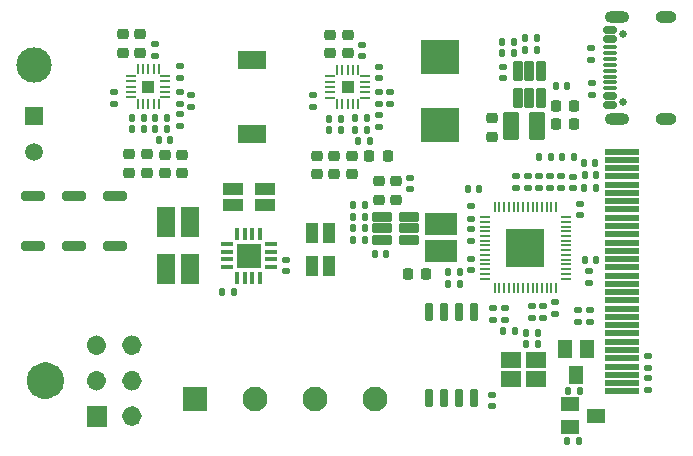
<source format=gbr>
%TF.GenerationSoftware,KiCad,Pcbnew,8.99.0-3334-g98ae574c78*%
%TF.CreationDate,2024-12-15T17:17:25-05:00*%
%TF.ProjectId,SmartPowerBoard,536d6172-7450-46f7-9765-72426f617264,rev?*%
%TF.SameCoordinates,Original*%
%TF.FileFunction,Soldermask,Top*%
%TF.FilePolarity,Negative*%
%FSLAX46Y46*%
G04 Gerber Fmt 4.6, Leading zero omitted, Abs format (unit mm)*
G04 Created by KiCad (PCBNEW 8.99.0-3334-g98ae574c78) date 2024-12-15 17:17:25*
%MOMM*%
%LPD*%
G01*
G04 APERTURE LIST*
G04 Aperture macros list*
%AMRoundRect*
0 Rectangle with rounded corners*
0 $1 Rounding radius*
0 $2 $3 $4 $5 $6 $7 $8 $9 X,Y pos of 4 corners*
0 Add a 4 corners polygon primitive as box body*
4,1,4,$2,$3,$4,$5,$6,$7,$8,$9,$2,$3,0*
0 Add four circle primitives for the rounded corners*
1,1,$1+$1,$2,$3*
1,1,$1+$1,$4,$5*
1,1,$1+$1,$6,$7*
1,1,$1+$1,$8,$9*
0 Add four rect primitives between the rounded corners*
20,1,$1+$1,$2,$3,$4,$5,0*
20,1,$1+$1,$4,$5,$6,$7,0*
20,1,$1+$1,$6,$7,$8,$9,0*
20,1,$1+$1,$8,$9,$2,$3,0*%
G04 Aperture macros list end*
%ADD10C,1.576200*%
%ADD11C,0.836200*%
%ADD12C,0.010000*%
%ADD13RoundRect,0.140000X0.140000X0.170000X-0.140000X0.170000X-0.140000X-0.170000X0.140000X-0.170000X0*%
%ADD14RoundRect,0.135000X-0.185000X0.135000X-0.185000X-0.135000X0.185000X-0.135000X0.185000X0.135000X0*%
%ADD15RoundRect,0.135000X0.135000X0.185000X-0.135000X0.185000X-0.135000X-0.185000X0.135000X-0.185000X0*%
%ADD16RoundRect,0.062500X-0.062500X-0.362500X0.062500X-0.362500X0.062500X0.362500X-0.062500X0.362500X0*%
%ADD17R,0.250000X0.850000*%
%ADD18RoundRect,0.062500X-0.362500X0.062500X-0.362500X-0.062500X0.362500X-0.062500X0.362500X0.062500X0*%
%ADD19R,0.850000X0.250000*%
%ADD20R,1.075000X1.026000*%
%ADD21RoundRect,0.135000X-0.135000X-0.185000X0.135000X-0.185000X0.135000X0.185000X-0.135000X0.185000X0*%
%ADD22RoundRect,0.140000X0.170000X-0.140000X0.170000X0.140000X-0.170000X0.140000X-0.170000X-0.140000X0*%
%ADD23RoundRect,0.140000X-0.140000X-0.170000X0.140000X-0.170000X0.140000X0.170000X-0.140000X0.170000X0*%
%ADD24RoundRect,0.135000X0.185000X-0.135000X0.185000X0.135000X-0.185000X0.135000X-0.185000X-0.135000X0*%
%ADD25R,3.200000X2.850000*%
%ADD26RoundRect,0.140000X-0.170000X0.140000X-0.170000X-0.140000X0.170000X-0.140000X0.170000X0.140000X0*%
%ADD27RoundRect,0.225000X0.250000X-0.225000X0.250000X0.225000X-0.250000X0.225000X-0.250000X-0.225000X0*%
%ADD28RoundRect,0.099250X0.727750X0.297750X-0.727750X0.297750X-0.727750X-0.297750X0.727750X-0.297750X0*%
%ADD29C,3.000000*%
%ADD30RoundRect,0.087500X-0.425000X-0.087500X0.425000X-0.087500X0.425000X0.087500X-0.425000X0.087500X0*%
%ADD31RoundRect,0.087500X-0.087500X-0.425000X0.087500X-0.425000X0.087500X0.425000X-0.087500X0.425000X0*%
%ADD32R,2.100000X2.100000*%
%ADD33R,3.000000X0.500000*%
%ADD34C,2.100000*%
%ADD35RoundRect,0.200000X0.800000X-0.200000X0.800000X0.200000X-0.800000X0.200000X-0.800000X-0.200000X0*%
%ADD36RoundRect,0.225000X-0.225000X-0.250000X0.225000X-0.250000X0.225000X0.250000X-0.225000X0.250000X0*%
%ADD37C,2.999999*%
%ADD38R,1.520000X1.520000*%
%ADD39C,1.520000*%
%ADD40R,1.550000X2.550000*%
%ADD41R,2.400000X1.500000*%
%ADD42RoundRect,0.102000X-0.700000X0.500000X-0.700000X-0.500000X0.700000X-0.500000X0.700000X0.500000X0*%
%ADD43RoundRect,0.225000X0.225000X0.250000X-0.225000X0.250000X-0.225000X-0.250000X0.225000X-0.250000X0*%
%ADD44RoundRect,0.225000X-0.250000X0.225000X-0.250000X-0.225000X0.250000X-0.225000X0.250000X0.225000X0*%
%ADD45RoundRect,0.102000X0.500000X0.700000X-0.500000X0.700000X-0.500000X-0.700000X0.500000X-0.700000X0*%
%ADD46RoundRect,0.099250X0.297750X-0.727750X0.297750X0.727750X-0.297750X0.727750X-0.297750X-0.727750X0*%
%ADD47RoundRect,0.102000X0.750000X-0.600000X0.750000X0.600000X-0.750000X0.600000X-0.750000X-0.600000X0*%
%ADD48RoundRect,0.050000X-0.387500X-0.050000X0.387500X-0.050000X0.387500X0.050000X-0.387500X0.050000X0*%
%ADD49RoundRect,0.050000X-0.050000X-0.387500X0.050000X-0.387500X0.050000X0.387500X-0.050000X0.387500X0*%
%ADD50R,3.200000X3.200000*%
%ADD51R,1.750000X1.100000*%
%ADD52R,2.800000X1.850000*%
%ADD53RoundRect,0.102000X0.580000X1.085000X-0.580000X1.085000X-0.580000X-1.085000X0.580000X-1.085000X0*%
%ADD54RoundRect,0.150000X-0.150000X0.650000X-0.150000X-0.650000X0.150000X-0.650000X0.150000X0.650000X0*%
%ADD55C,0.650000*%
%ADD56RoundRect,0.150000X0.425000X-0.150000X0.425000X0.150000X-0.425000X0.150000X-0.425000X-0.150000X0*%
%ADD57RoundRect,0.075000X0.500000X-0.075000X0.500000X0.075000X-0.500000X0.075000X-0.500000X-0.075000X0*%
%ADD58O,2.100000X1.000000*%
%ADD59O,1.800000X1.000000*%
%ADD60R,1.100000X1.750000*%
G04 APERTURE END LIST*
D10*
%TO.C,J6*%
X138843100Y-102675000D02*
G75*
G02*
X137266900Y-102675000I-788100J0D01*
G01*
X137266900Y-102675000D02*
G75*
G02*
X138843100Y-102675000I788100J0D01*
G01*
D11*
X142793100Y-99675000D02*
G75*
G02*
X141956900Y-99675000I-418100J0D01*
G01*
X141956900Y-99675000D02*
G75*
G02*
X142793100Y-99675000I418100J0D01*
G01*
X142793100Y-102675000D02*
G75*
G02*
X141956900Y-102675000I-418100J0D01*
G01*
X141956900Y-102675000D02*
G75*
G02*
X142793100Y-102675000I418100J0D01*
G01*
X145793100Y-99675000D02*
G75*
G02*
X144956900Y-99675000I-418100J0D01*
G01*
X144956900Y-99675000D02*
G75*
G02*
X145793100Y-99675000I418100J0D01*
G01*
X145793100Y-102675000D02*
G75*
G02*
X144956900Y-102675000I-418100J0D01*
G01*
X144956900Y-102675000D02*
G75*
G02*
X145793100Y-102675000I418100J0D01*
G01*
X145793100Y-105675000D02*
G75*
G02*
X144956900Y-105675000I-418100J0D01*
G01*
X144956900Y-105675000D02*
G75*
G02*
X145793100Y-105675000I418100J0D01*
G01*
D12*
X143211200Y-106511200D02*
X141538800Y-106511200D01*
X141538800Y-104838800D01*
X143211200Y-104838800D01*
X143211200Y-106511200D01*
G36*
X143211200Y-106511200D02*
G01*
X141538800Y-106511200D01*
X141538800Y-104838800D01*
X143211200Y-104838800D01*
X143211200Y-106511200D01*
G37*
%TD*%
D13*
%TO.C,C27*%
X148630000Y-82320000D03*
X147670000Y-82320000D03*
%TD*%
%TO.C,C6*%
X165500000Y-82400000D03*
X164540000Y-82400000D03*
%TD*%
D14*
%TO.C,R10*%
X184298750Y-77447500D03*
X184298750Y-78467500D03*
%TD*%
D15*
%TO.C,R2*%
X163050000Y-81490000D03*
X162030000Y-81490000D03*
%TD*%
D16*
%TO.C,U5*%
X147665000Y-76320000D03*
D17*
X147215000Y-76320000D03*
X146765000Y-76320000D03*
X146315000Y-76320000D03*
D16*
X145865000Y-76320000D03*
D18*
X145315000Y-76870000D03*
D19*
X145315000Y-77320000D03*
X145315000Y-77770000D03*
X145315000Y-78220000D03*
D18*
X145315000Y-78670000D03*
D16*
X145865000Y-79220000D03*
D17*
X146315000Y-79220000D03*
X146765000Y-79220000D03*
X147215000Y-79220000D03*
D16*
X147665000Y-79220000D03*
D18*
X148215000Y-78670000D03*
D19*
X148215000Y-78220000D03*
X148215000Y-77770000D03*
X148215000Y-77320000D03*
D18*
X148215000Y-76870000D03*
D20*
X146765000Y-77770000D03*
%TD*%
D21*
%TO.C,R20*%
X172105000Y-93500000D03*
X173125000Y-93500000D03*
%TD*%
D22*
%TO.C,C24*%
X147375000Y-75160000D03*
X147375000Y-74200000D03*
%TD*%
D23*
%TO.C,C32*%
X181250000Y-77725000D03*
X182210000Y-77725000D03*
%TD*%
D15*
%TO.C,R19*%
X179790000Y-98650000D03*
X178770000Y-98650000D03*
%TD*%
D24*
%TO.C,R26*%
X149415000Y-79240000D03*
X149415000Y-78220000D03*
%TD*%
D13*
%TO.C,C45*%
X166930000Y-91975000D03*
X165970000Y-91975000D03*
%TD*%
D25*
%TO.C,L1*%
X171450000Y-75300000D03*
X171450000Y-81000000D03*
%TD*%
D26*
%TO.C,C36*%
X178875000Y-85365000D03*
X178875000Y-86325000D03*
%TD*%
D27*
%TO.C,C30*%
X146650000Y-85055000D03*
X146650000Y-83505000D03*
%TD*%
D26*
%TO.C,C37*%
X179825000Y-85365000D03*
X179825000Y-86325000D03*
%TD*%
D28*
%TO.C,U8*%
X168835000Y-90725000D03*
X168835000Y-89775000D03*
X168835000Y-88825000D03*
X166525000Y-88825000D03*
X166525000Y-89775000D03*
X166525000Y-90725000D03*
%TD*%
D24*
%TO.C,R34*%
X175975000Y-97525000D03*
X175975000Y-96505000D03*
%TD*%
D27*
%TO.C,C31*%
X145150000Y-85055000D03*
X145150000Y-83505000D03*
%TD*%
D26*
%TO.C,C12*%
X180795000Y-85367500D03*
X180795000Y-86327500D03*
%TD*%
D27*
%TO.C,C28*%
X149650000Y-85080000D03*
X149650000Y-83530000D03*
%TD*%
D21*
%TO.C,R1*%
X162030000Y-80500000D03*
X163050000Y-80500000D03*
%TD*%
D22*
%TO.C,C5*%
X166264663Y-77076885D03*
X166264663Y-76116885D03*
%TD*%
D21*
%TO.C,R33*%
X164065000Y-88775000D03*
X165085000Y-88775000D03*
%TD*%
D29*
%TO.C,J6*%
X138055000Y-102675000D03*
%TD*%
D30*
%TO.C,U1*%
X153400000Y-91100000D03*
X153400000Y-91750000D03*
X153400000Y-92400000D03*
X153400000Y-93050000D03*
D31*
X154287500Y-93937500D03*
X154937500Y-93937500D03*
X155587500Y-93937500D03*
X156237500Y-93937500D03*
D30*
X157125000Y-93050000D03*
X157125000Y-92400000D03*
X157125000Y-91750000D03*
X157125000Y-91100000D03*
D31*
X156237500Y-90212500D03*
X155587500Y-90212500D03*
X154937500Y-90212500D03*
X154287500Y-90212500D03*
D32*
X155262500Y-92075000D03*
%TD*%
D22*
%TO.C,C52*%
X189075000Y-101585000D03*
X189075000Y-100625000D03*
%TD*%
D27*
%TO.C,C2*%
X163650000Y-74925000D03*
X163650000Y-73375000D03*
%TD*%
D33*
%TO.C,U9*%
X186900000Y-103575000D03*
X186900000Y-102875000D03*
X186900000Y-102175000D03*
X186900000Y-101475000D03*
X186900000Y-100775000D03*
X186900000Y-100075000D03*
X186900000Y-99375000D03*
X186900000Y-98675000D03*
X186900000Y-97975000D03*
X186900000Y-97275000D03*
X186900000Y-96575000D03*
X186900000Y-95875000D03*
X186900000Y-95175000D03*
X186900000Y-94475000D03*
X186900000Y-93775000D03*
X186900000Y-93075000D03*
X186900000Y-92375000D03*
X186900000Y-91675000D03*
X186900000Y-90975000D03*
X186900000Y-90275000D03*
X186900000Y-89575000D03*
X186900000Y-88875000D03*
X186900000Y-88175000D03*
X186900000Y-87475000D03*
X186900000Y-86775000D03*
X186900000Y-86075000D03*
X186900000Y-85375000D03*
X186900000Y-84675000D03*
X186900000Y-83975000D03*
X186900000Y-83275000D03*
%TD*%
D24*
%TO.C,R3*%
X166275000Y-79260000D03*
X166275000Y-78240000D03*
%TD*%
D32*
%TO.C,J7*%
X150760000Y-104200000D03*
D34*
X155840000Y-104200000D03*
X160920000Y-104200000D03*
X166000000Y-104200000D03*
%TD*%
D13*
%TO.C,C34*%
X177780000Y-98500000D03*
X176820000Y-98500000D03*
%TD*%
D24*
%TO.C,R11*%
X184273750Y-75517500D03*
X184273750Y-74497500D03*
%TD*%
D23*
%TO.C,C50*%
X183645000Y-84225000D03*
X184605000Y-84225000D03*
%TD*%
D22*
%TO.C,C12*%
X180220000Y-97337500D03*
X180220000Y-96377500D03*
%TD*%
D35*
%TO.C,SW1*%
X140475000Y-91275000D03*
X140475000Y-87075000D03*
%TD*%
D21*
%TO.C,R12*%
X178650000Y-74645000D03*
X179670000Y-74645000D03*
%TD*%
D36*
%TO.C,C20*%
X181250000Y-79425000D03*
X182800000Y-79425000D03*
%TD*%
D21*
%TO.C,R43*%
X183665000Y-86350000D03*
X184685000Y-86350000D03*
%TD*%
D37*
%TO.C,J1*%
X137110352Y-75980001D03*
D38*
X137110352Y-80300000D03*
D39*
X137110352Y-83299999D03*
%TD*%
D40*
%TO.C,R14*%
X148260000Y-89230000D03*
X150310000Y-89230000D03*
X150310000Y-93180000D03*
X148260000Y-93180000D03*
%TD*%
D41*
%TO.C,L2*%
X155575000Y-81800000D03*
X155575000Y-75500000D03*
%TD*%
D42*
%TO.C,Q4*%
X182490000Y-104685000D03*
X182490000Y-106585000D03*
X184690000Y-105635000D03*
%TD*%
D36*
%TO.C,C19*%
X181250000Y-80925000D03*
X182800000Y-80925000D03*
%TD*%
D27*
%TO.C,C1*%
X162150000Y-74925000D03*
X162150000Y-73375000D03*
%TD*%
D15*
%TO.C,R21*%
X173125000Y-94475000D03*
X172105000Y-94475000D03*
%TD*%
D23*
%TO.C,C49*%
X183720000Y-85225000D03*
X184680000Y-85225000D03*
%TD*%
D24*
%TO.C,R4*%
X166275000Y-81170000D03*
X166275000Y-80150000D03*
%TD*%
D14*
%TO.C,R37*%
X174050000Y-87925000D03*
X174050000Y-88945000D03*
%TD*%
D22*
%TO.C,C17*%
X176785000Y-77085000D03*
X176785000Y-76125000D03*
%TD*%
D26*
%TO.C,C14*%
X181750000Y-85370000D03*
X181750000Y-86330000D03*
%TD*%
D43*
%TO.C,C46*%
X170300000Y-93650000D03*
X168750000Y-93650000D03*
%TD*%
D44*
%TO.C,C43*%
X167750000Y-85800000D03*
X167750000Y-87350000D03*
%TD*%
D13*
%TO.C,C33*%
X179738750Y-99600000D03*
X178778750Y-99600000D03*
%TD*%
D45*
%TO.C,Q1*%
X183915000Y-100015000D03*
X182015000Y-100015000D03*
X182965000Y-102215000D03*
%TD*%
D27*
%TO.C,C22*%
X146100000Y-74900000D03*
X146100000Y-73350000D03*
%TD*%
D24*
%TO.C,R35*%
X176975000Y-97525000D03*
X176975000Y-96505000D03*
%TD*%
D21*
%TO.C,R31*%
X164065000Y-89750000D03*
X165085000Y-89750000D03*
%TD*%
D46*
%TO.C,U2*%
X178075000Y-78775000D03*
X179025000Y-78775000D03*
X179975000Y-78775000D03*
X179975000Y-76465000D03*
X179025000Y-76465000D03*
X178075000Y-76465000D03*
%TD*%
D27*
%TO.C,C7*%
X164030000Y-85170000D03*
X164030000Y-83620000D03*
%TD*%
D26*
%TO.C,C44*%
X168950000Y-85525000D03*
X168950000Y-86485000D03*
%TD*%
D43*
%TO.C,C8*%
X167030000Y-83645000D03*
X165480000Y-83645000D03*
%TD*%
D26*
%TO.C,C15*%
X183325000Y-87675000D03*
X183325000Y-88635000D03*
%TD*%
D44*
%TO.C,C42*%
X166275000Y-85800000D03*
X166275000Y-87350000D03*
%TD*%
D35*
%TO.C,SW3*%
X137025000Y-91275000D03*
X137025000Y-87075000D03*
%TD*%
D21*
%TO.C,R22*%
X145355000Y-80400000D03*
X146375000Y-80400000D03*
%TD*%
D15*
%TO.C,R17*%
X177760000Y-74935000D03*
X176740000Y-74935000D03*
%TD*%
D27*
%TO.C,C18*%
X175900000Y-82025000D03*
X175900000Y-80475000D03*
%TD*%
D15*
%TO.C,R28*%
X148385000Y-81365000D03*
X147365000Y-81365000D03*
%TD*%
D47*
%TO.C,Y1*%
X177500000Y-102510000D03*
X179600000Y-102510000D03*
X179600000Y-100910000D03*
X177500000Y-100910000D03*
%TD*%
D48*
%TO.C,U6*%
X175262500Y-88825000D03*
X175262500Y-89225000D03*
X175262500Y-89625000D03*
X175262500Y-90025000D03*
X175262500Y-90425000D03*
X175262500Y-90825000D03*
X175262500Y-91225000D03*
X175262500Y-91625000D03*
X175262500Y-92025000D03*
X175262500Y-92425000D03*
X175262500Y-92825000D03*
X175262500Y-93225000D03*
X175262500Y-93625000D03*
X175262500Y-94025000D03*
D49*
X176100000Y-94862500D03*
X176500000Y-94862500D03*
X176900000Y-94862500D03*
X177300000Y-94862500D03*
X177700000Y-94862500D03*
X178100000Y-94862500D03*
X178500000Y-94862500D03*
X178900000Y-94862500D03*
X179300000Y-94862500D03*
X179700000Y-94862500D03*
X180100000Y-94862500D03*
X180500000Y-94862500D03*
X180900000Y-94862500D03*
X181300000Y-94862500D03*
D48*
X182137500Y-94025000D03*
X182137500Y-93625000D03*
X182137500Y-93225000D03*
X182137500Y-92825000D03*
X182137500Y-92425000D03*
X182137500Y-92025000D03*
X182137500Y-91625000D03*
X182137500Y-91225000D03*
X182137500Y-90825000D03*
X182137500Y-90425000D03*
X182137500Y-90025000D03*
X182137500Y-89625000D03*
X182137500Y-89225000D03*
X182137500Y-88825000D03*
D49*
X181300000Y-87987500D03*
X180900000Y-87987500D03*
X180500000Y-87987500D03*
X180100000Y-87987500D03*
X179700000Y-87987500D03*
X179300000Y-87987500D03*
X178900000Y-87987500D03*
X178500000Y-87987500D03*
X178100000Y-87987500D03*
X177700000Y-87987500D03*
X177300000Y-87987500D03*
X176900000Y-87987500D03*
X176500000Y-87987500D03*
X176100000Y-87987500D03*
D50*
X178700000Y-91425000D03*
%TD*%
D21*
%TO.C,R16*%
X176740000Y-73960000D03*
X177760000Y-73960000D03*
%TD*%
D22*
%TO.C,C40*%
X174075000Y-93335000D03*
X174075000Y-92375000D03*
%TD*%
D24*
%TO.C,R39*%
X181170000Y-97035000D03*
X181170000Y-96015000D03*
%TD*%
D15*
%TO.C,R40*%
X180868750Y-83772500D03*
X179848750Y-83772500D03*
%TD*%
D51*
%TO.C,R13*%
X156687500Y-86425000D03*
X156687500Y-87825000D03*
X153937500Y-87825000D03*
X153937500Y-86425000D03*
%TD*%
D22*
%TO.C,C26*%
X150395000Y-79480000D03*
X150395000Y-78520000D03*
%TD*%
D27*
%TO.C,C29*%
X148150000Y-85080000D03*
X148150000Y-83530000D03*
%TD*%
D21*
%TO.C,R29*%
X147365000Y-80400000D03*
X148385000Y-80400000D03*
%TD*%
D23*
%TO.C,C13*%
X173795000Y-86475000D03*
X174755000Y-86475000D03*
%TD*%
D52*
%TO.C,L4*%
X171550000Y-89425000D03*
X171550000Y-91725000D03*
%TD*%
D21*
%TO.C,R7*%
X164305000Y-80450000D03*
X165325000Y-80450000D03*
%TD*%
D24*
%TO.C,R38*%
X174050000Y-90845000D03*
X174050000Y-89825000D03*
%TD*%
D15*
%TO.C,R36*%
X165085000Y-87800000D03*
X164065000Y-87800000D03*
%TD*%
D14*
%TO.C,R27*%
X143850000Y-78200000D03*
X143850000Y-79220000D03*
%TD*%
D22*
%TO.C,C47*%
X183190000Y-97690000D03*
X183190000Y-96730000D03*
%TD*%
D14*
%TO.C,R5*%
X160740000Y-78500000D03*
X160740000Y-79520000D03*
%TD*%
D53*
%TO.C,L3*%
X179675000Y-81100000D03*
X177469000Y-81100000D03*
%TD*%
D21*
%TO.C,R42*%
X182280000Y-103515000D03*
X183300000Y-103515000D03*
%TD*%
D22*
%TO.C,C35*%
X175850000Y-104825000D03*
X175850000Y-103865000D03*
%TD*%
D26*
%TO.C,R8*%
X158387500Y-92415000D03*
X158387500Y-93375000D03*
%TD*%
D22*
%TO.C,C48*%
X184140000Y-97690000D03*
X184140000Y-96730000D03*
%TD*%
D15*
%TO.C,R9*%
X179670000Y-73670000D03*
X178650000Y-73670000D03*
%TD*%
D35*
%TO.C,SW2*%
X143925000Y-91275000D03*
X143925000Y-87075000D03*
%TD*%
D15*
%TO.C,R24*%
X146375000Y-81390000D03*
X145355000Y-81390000D03*
%TD*%
D16*
%TO.C,U4*%
X164534663Y-76356885D03*
D17*
X164084663Y-76356885D03*
X163634663Y-76356885D03*
X163184663Y-76356885D03*
D16*
X162734663Y-76356885D03*
D18*
X162184663Y-76906885D03*
D19*
X162184663Y-77356885D03*
X162184663Y-77806885D03*
X162184663Y-78256885D03*
D18*
X162184663Y-78706885D03*
D16*
X162734663Y-79256885D03*
D17*
X163184663Y-79256885D03*
X163634663Y-79256885D03*
X164084663Y-79256885D03*
D16*
X164534663Y-79256885D03*
D18*
X165084663Y-78706885D03*
D19*
X165084663Y-78256885D03*
X165084663Y-77806885D03*
X165084663Y-77356885D03*
D18*
X165084663Y-76906885D03*
D20*
X163634663Y-77806885D03*
%TD*%
D54*
%TO.C,U7*%
X174350000Y-96900000D03*
X173080000Y-96900000D03*
X171810000Y-96900000D03*
X170540000Y-96900000D03*
X170540000Y-104100000D03*
X171810000Y-104100000D03*
X173080000Y-104100000D03*
X174350000Y-104100000D03*
%TD*%
D55*
%TO.C,J2*%
X186948750Y-79062500D03*
X186948750Y-73282500D03*
D56*
X185873750Y-79372500D03*
X185873750Y-78572500D03*
D57*
X185873750Y-77422500D03*
X185873750Y-76422500D03*
X185873750Y-75922500D03*
X185873750Y-74922500D03*
D56*
X185873750Y-73772500D03*
X185873750Y-72972500D03*
X185873750Y-72972500D03*
X185873750Y-73772500D03*
D57*
X185873750Y-74422500D03*
X185873750Y-75422500D03*
X185873750Y-76922500D03*
X185873750Y-77922500D03*
D56*
X185873750Y-78572500D03*
X185873750Y-79372500D03*
D58*
X186448750Y-80492500D03*
D59*
X190628750Y-80492500D03*
D58*
X186448750Y-71852500D03*
D59*
X190628750Y-71852500D03*
%TD*%
D22*
%TO.C,C38*%
X179250000Y-97335000D03*
X179250000Y-96375000D03*
%TD*%
D13*
%TO.C,C21*%
X153992500Y-95200000D03*
X153032500Y-95200000D03*
%TD*%
D22*
%TO.C,C51*%
X189075000Y-103435000D03*
X189075000Y-102475000D03*
%TD*%
D14*
%TO.C,R18*%
X184100000Y-93365000D03*
X184100000Y-94385000D03*
%TD*%
D15*
%TO.C,R6*%
X165325000Y-81440000D03*
X164305000Y-81440000D03*
%TD*%
D26*
%TO.C,C11*%
X177925000Y-85365000D03*
X177925000Y-86325000D03*
%TD*%
D21*
%TO.C,R44*%
X182205000Y-107810000D03*
X183225000Y-107810000D03*
%TD*%
D27*
%TO.C,C23*%
X144600000Y-74900000D03*
X144600000Y-73350000D03*
%TD*%
D24*
%TO.C,R25*%
X149415000Y-81150000D03*
X149415000Y-80130000D03*
%TD*%
D22*
%TO.C,C4*%
X167255000Y-79210000D03*
X167255000Y-78250000D03*
%TD*%
%TO.C,C25*%
X149425000Y-77030000D03*
X149425000Y-76070000D03*
%TD*%
D27*
%TO.C,C9*%
X162530000Y-85170000D03*
X162530000Y-83620000D03*
%TD*%
D22*
%TO.C,C3*%
X164875000Y-75205000D03*
X164875000Y-74245000D03*
%TD*%
D13*
%TO.C,C39*%
X184675000Y-92425000D03*
X183715000Y-92425000D03*
%TD*%
D15*
%TO.C,R32*%
X165085000Y-90725000D03*
X164065000Y-90725000D03*
%TD*%
D27*
%TO.C,C10*%
X161030000Y-85170000D03*
X161030000Y-83620000D03*
%TD*%
D15*
%TO.C,R41*%
X182783750Y-83757500D03*
X181763750Y-83757500D03*
%TD*%
D60*
%TO.C,R15*%
X162062500Y-92925000D03*
X160662500Y-92925000D03*
X160662500Y-90175000D03*
X162062500Y-90175000D03*
%TD*%
D26*
%TO.C,C16*%
X182725000Y-85395000D03*
X182725000Y-86355000D03*
%TD*%
M02*

</source>
